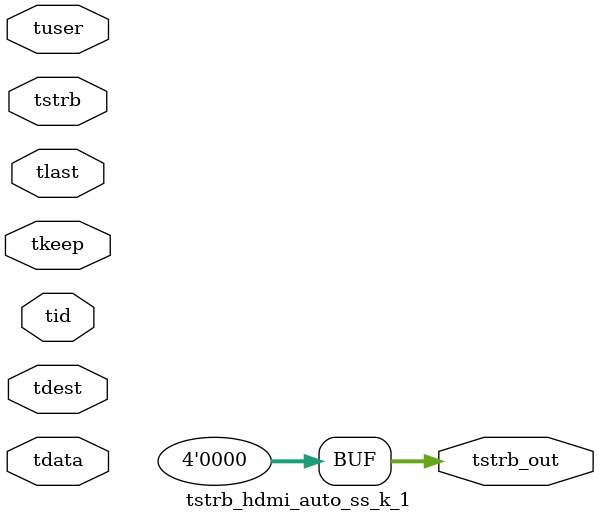
<source format=v>


`timescale 1ps/1ps

module tstrb_hdmi_auto_ss_k_1 #
(
parameter C_S_AXIS_TDATA_WIDTH = 32,
parameter C_S_AXIS_TUSER_WIDTH = 0,
parameter C_S_AXIS_TID_WIDTH   = 0,
parameter C_S_AXIS_TDEST_WIDTH = 0,
parameter C_M_AXIS_TDATA_WIDTH = 32
)
(
input  [(C_S_AXIS_TDATA_WIDTH == 0 ? 1 : C_S_AXIS_TDATA_WIDTH)-1:0     ] tdata,
input  [(C_S_AXIS_TUSER_WIDTH == 0 ? 1 : C_S_AXIS_TUSER_WIDTH)-1:0     ] tuser,
input  [(C_S_AXIS_TID_WIDTH   == 0 ? 1 : C_S_AXIS_TID_WIDTH)-1:0       ] tid,
input  [(C_S_AXIS_TDEST_WIDTH == 0 ? 1 : C_S_AXIS_TDEST_WIDTH)-1:0     ] tdest,
input  [(C_S_AXIS_TDATA_WIDTH/8)-1:0 ] tkeep,
input  [(C_S_AXIS_TDATA_WIDTH/8)-1:0 ] tstrb,
input                                                                    tlast,
output [(C_M_AXIS_TDATA_WIDTH/8)-1:0 ] tstrb_out
);

assign tstrb_out = {1'b0};

endmodule


</source>
